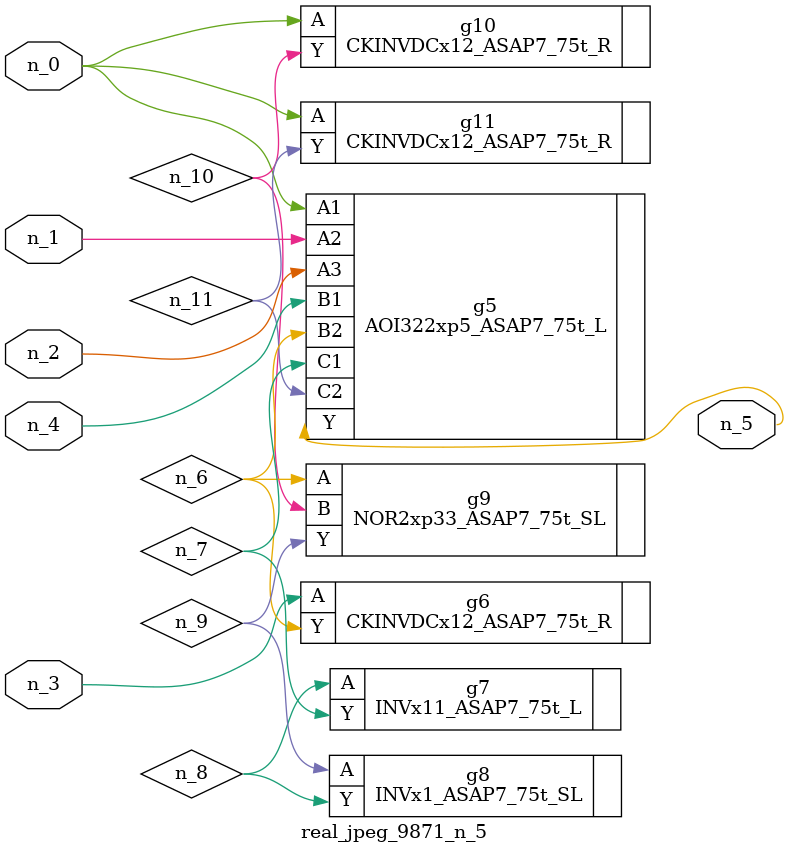
<source format=v>
module real_jpeg_9871_n_5 (n_4, n_0, n_1, n_2, n_3, n_5);

input n_4;
input n_0;
input n_1;
input n_2;
input n_3;

output n_5;

wire n_8;
wire n_11;
wire n_6;
wire n_7;
wire n_10;
wire n_9;

AOI322xp5_ASAP7_75t_L g5 ( 
.A1(n_0),
.A2(n_1),
.A3(n_2),
.B1(n_4),
.B2(n_6),
.C1(n_7),
.C2(n_11),
.Y(n_5)
);

CKINVDCx12_ASAP7_75t_R g10 ( 
.A(n_0),
.Y(n_10)
);

CKINVDCx12_ASAP7_75t_R g11 ( 
.A(n_0),
.Y(n_11)
);

CKINVDCx12_ASAP7_75t_R g6 ( 
.A(n_3),
.Y(n_6)
);

NOR2xp33_ASAP7_75t_SL g9 ( 
.A(n_6),
.B(n_10),
.Y(n_9)
);

INVx11_ASAP7_75t_L g7 ( 
.A(n_8),
.Y(n_7)
);

INVx1_ASAP7_75t_SL g8 ( 
.A(n_9),
.Y(n_8)
);


endmodule
</source>
